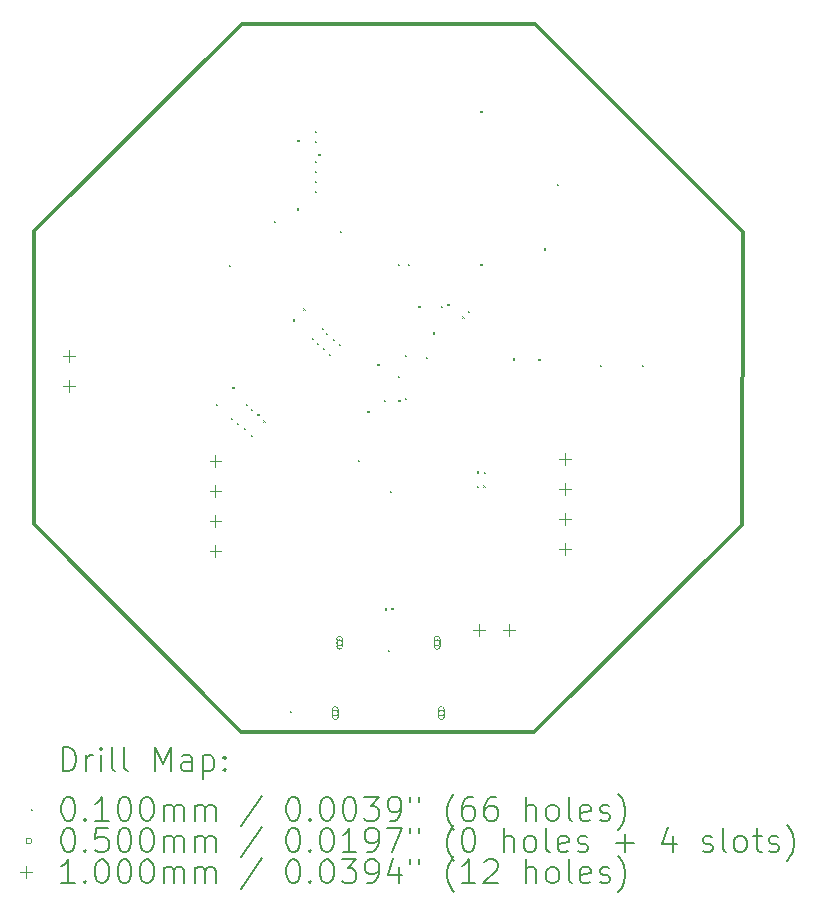
<source format=gbr>
%TF.GenerationSoftware,KiCad,Pcbnew,7.0.9-7.0.9~ubuntu22.04.1*%
%TF.CreationDate,2023-12-21T18:53:37+01:00*%
%TF.ProjectId,lidar 2 round,6c696461-7220-4322-9072-6f756e642e6b,rev?*%
%TF.SameCoordinates,Original*%
%TF.FileFunction,Drillmap*%
%TF.FilePolarity,Positive*%
%FSLAX45Y45*%
G04 Gerber Fmt 4.5, Leading zero omitted, Abs format (unit mm)*
G04 Created by KiCad (PCBNEW 7.0.9-7.0.9~ubuntu22.04.1) date 2023-12-21 18:53:37*
%MOMM*%
%LPD*%
G01*
G04 APERTURE LIST*
%ADD10C,0.349999*%
%ADD11C,0.200000*%
%ADD12C,0.100000*%
G04 APERTURE END LIST*
D10*
X16900000Y-8700000D02*
X15146659Y-6940976D01*
X16895981Y-11183617D02*
X16900000Y-8700000D01*
X15136957Y-12936957D02*
X16895981Y-11183617D01*
X10900000Y-11173914D02*
X12653341Y-12932938D01*
X10904019Y-8690298D02*
X10900000Y-11173914D01*
X12653341Y-12932938D02*
X15136957Y-12936957D01*
X12663043Y-6936957D02*
X10904019Y-8690298D01*
X15146659Y-6940976D02*
X12663043Y-6936957D01*
D11*
D12*
X12441000Y-10155000D02*
X12451000Y-10165000D01*
X12451000Y-10155000D02*
X12441000Y-10165000D01*
X12553820Y-8979757D02*
X12563820Y-8989757D01*
X12563820Y-8979757D02*
X12553820Y-8989757D01*
X12569946Y-10277933D02*
X12579946Y-10287933D01*
X12579946Y-10277933D02*
X12569946Y-10287933D01*
X12581538Y-10012030D02*
X12591538Y-10022030D01*
X12591538Y-10012030D02*
X12581538Y-10022030D01*
X12618133Y-10318161D02*
X12628133Y-10328161D01*
X12628133Y-10318161D02*
X12618133Y-10328161D01*
X12677787Y-10359143D02*
X12687787Y-10369143D01*
X12687787Y-10359143D02*
X12677787Y-10369143D01*
X12695000Y-10155000D02*
X12705000Y-10165000D01*
X12705000Y-10155000D02*
X12695000Y-10165000D01*
X12736369Y-10418982D02*
X12746369Y-10428982D01*
X12746369Y-10418982D02*
X12736369Y-10428982D01*
X12738503Y-10197352D02*
X12748503Y-10207352D01*
X12748503Y-10197352D02*
X12738503Y-10207352D01*
X12792341Y-10244589D02*
X12802341Y-10254589D01*
X12802341Y-10244589D02*
X12792341Y-10254589D01*
X12843918Y-10297188D02*
X12853918Y-10307188D01*
X12853918Y-10297188D02*
X12843918Y-10307188D01*
X12929204Y-8607450D02*
X12939204Y-8617450D01*
X12939204Y-8607450D02*
X12929204Y-8617450D01*
X13066772Y-12757615D02*
X13076772Y-12767615D01*
X13076772Y-12757615D02*
X13066772Y-12767615D01*
X13089821Y-9441286D02*
X13099821Y-9451286D01*
X13099821Y-9441286D02*
X13089821Y-9451286D01*
X13125018Y-8501531D02*
X13135018Y-8511531D01*
X13135018Y-8501531D02*
X13125018Y-8511531D01*
X13130645Y-7923645D02*
X13140645Y-7933645D01*
X13140645Y-7923645D02*
X13130645Y-7933645D01*
X13181864Y-9349243D02*
X13191864Y-9359243D01*
X13191864Y-9349243D02*
X13181864Y-9359243D01*
X13251187Y-9600759D02*
X13261187Y-9610759D01*
X13261187Y-9600759D02*
X13251187Y-9610759D01*
X13280000Y-7845000D02*
X13290000Y-7855000D01*
X13290000Y-7845000D02*
X13280000Y-7855000D01*
X13280000Y-7930000D02*
X13290000Y-7940000D01*
X13290000Y-7930000D02*
X13280000Y-7940000D01*
X13280000Y-8100000D02*
X13290000Y-8110000D01*
X13290000Y-8100000D02*
X13280000Y-8110000D01*
X13280000Y-8185000D02*
X13290000Y-8195000D01*
X13290000Y-8185000D02*
X13280000Y-8195000D01*
X13280000Y-8270000D02*
X13290000Y-8280000D01*
X13290000Y-8270000D02*
X13280000Y-8280000D01*
X13280000Y-8355000D02*
X13290000Y-8365000D01*
X13290000Y-8355000D02*
X13280000Y-8365000D01*
X13295483Y-9640373D02*
X13305483Y-9650373D01*
X13305483Y-9640373D02*
X13295483Y-9650373D01*
X13309207Y-8044207D02*
X13319207Y-8054207D01*
X13319207Y-8044207D02*
X13309207Y-8054207D01*
X13337959Y-9511435D02*
X13347959Y-9521435D01*
X13347959Y-9511435D02*
X13337959Y-9521435D01*
X13349676Y-9685473D02*
X13359676Y-9695473D01*
X13359676Y-9685473D02*
X13349676Y-9695473D01*
X13375255Y-9554903D02*
X13385255Y-9564903D01*
X13385255Y-9554903D02*
X13375255Y-9564903D01*
X13400898Y-9733086D02*
X13410898Y-9743086D01*
X13410898Y-9733086D02*
X13400898Y-9743086D01*
X13432178Y-9608906D02*
X13442178Y-9618906D01*
X13442178Y-9608906D02*
X13432178Y-9618906D01*
X13483519Y-9652602D02*
X13493519Y-9662602D01*
X13493519Y-9652602D02*
X13483519Y-9662602D01*
X13489906Y-8689384D02*
X13499906Y-8699384D01*
X13499906Y-8689384D02*
X13489906Y-8699384D01*
X13646752Y-10631752D02*
X13656752Y-10641752D01*
X13656752Y-10631752D02*
X13646752Y-10641752D01*
X13724000Y-10220000D02*
X13734000Y-10230000D01*
X13734000Y-10220000D02*
X13724000Y-10230000D01*
X13807934Y-9821716D02*
X13817934Y-9831716D01*
X13817934Y-9821716D02*
X13807934Y-9831716D01*
X13866877Y-10124790D02*
X13876877Y-10134790D01*
X13876877Y-10124790D02*
X13866877Y-10134790D01*
X13869944Y-11888439D02*
X13879944Y-11898439D01*
X13879944Y-11888439D02*
X13869944Y-11898439D01*
X13895585Y-12238884D02*
X13905585Y-12248884D01*
X13905585Y-12238884D02*
X13895585Y-12248884D01*
X13914134Y-10892335D02*
X13924134Y-10902335D01*
X13924134Y-10892335D02*
X13914134Y-10902335D01*
X13926914Y-11886506D02*
X13936914Y-11896506D01*
X13936914Y-11886506D02*
X13926914Y-11896506D01*
X13980000Y-8970000D02*
X13990000Y-8980000D01*
X13990000Y-8970000D02*
X13980000Y-8980000D01*
X13985000Y-9920000D02*
X13995000Y-9930000D01*
X13995000Y-9920000D02*
X13985000Y-9930000D01*
X13986030Y-10125649D02*
X13996030Y-10135649D01*
X13996030Y-10125649D02*
X13986030Y-10135649D01*
X14041477Y-9743143D02*
X14051477Y-9753143D01*
X14051477Y-9743143D02*
X14041477Y-9753143D01*
X14044644Y-10103865D02*
X14054644Y-10113865D01*
X14054644Y-10103865D02*
X14044644Y-10113865D01*
X14065000Y-8970000D02*
X14075000Y-8980000D01*
X14075000Y-8970000D02*
X14065000Y-8980000D01*
X14155500Y-9329500D02*
X14165500Y-9339500D01*
X14165500Y-9329500D02*
X14155500Y-9339500D01*
X14219000Y-9761500D02*
X14229000Y-9771500D01*
X14229000Y-9761500D02*
X14219000Y-9771500D01*
X14281645Y-9552128D02*
X14291645Y-9562128D01*
X14291645Y-9552128D02*
X14281645Y-9562128D01*
X14346000Y-9329500D02*
X14356000Y-9339500D01*
X14356000Y-9329500D02*
X14346000Y-9339500D01*
X14400964Y-9310708D02*
X14410964Y-9320708D01*
X14410964Y-9310708D02*
X14400964Y-9320708D01*
X14527769Y-9417177D02*
X14537769Y-9427177D01*
X14537769Y-9417177D02*
X14527769Y-9427177D01*
X14572432Y-9367177D02*
X14582432Y-9377177D01*
X14582432Y-9367177D02*
X14572432Y-9377177D01*
X14651139Y-10728530D02*
X14661139Y-10738530D01*
X14661139Y-10728530D02*
X14651139Y-10738530D01*
X14651139Y-10852591D02*
X14661139Y-10862591D01*
X14661139Y-10852591D02*
X14651139Y-10862591D01*
X14680000Y-7675000D02*
X14690000Y-7685000D01*
X14690000Y-7675000D02*
X14680000Y-7685000D01*
X14680000Y-8970000D02*
X14690000Y-8980000D01*
X14690000Y-8970000D02*
X14680000Y-8980000D01*
X14705937Y-10847912D02*
X14715937Y-10857912D01*
X14715937Y-10847912D02*
X14705937Y-10857912D01*
X14708410Y-10730090D02*
X14718410Y-10740090D01*
X14718410Y-10730090D02*
X14708410Y-10740090D01*
X14954570Y-9771570D02*
X14964570Y-9781570D01*
X14964570Y-9771570D02*
X14954570Y-9781570D01*
X15171500Y-9774000D02*
X15181500Y-9784000D01*
X15181500Y-9774000D02*
X15171500Y-9784000D01*
X15221730Y-8840423D02*
X15231730Y-8850423D01*
X15231730Y-8840423D02*
X15221730Y-8850423D01*
X15330233Y-8294507D02*
X15340233Y-8304507D01*
X15340233Y-8294507D02*
X15330233Y-8304507D01*
X15692200Y-9825000D02*
X15702200Y-9835000D01*
X15702200Y-9825000D02*
X15692200Y-9835000D01*
X16047800Y-9825000D02*
X16057800Y-9835000D01*
X16057800Y-9825000D02*
X16047800Y-9835000D01*
X13477000Y-12775000D02*
G75*
G03*
X13477000Y-12775000I-25000J0D01*
G01*
X13427000Y-12745000D02*
X13427000Y-12805000D01*
X13427000Y-12805000D02*
G75*
G03*
X13477000Y-12805000I25000J0D01*
G01*
X13477000Y-12805000D02*
X13477000Y-12745000D01*
X13477000Y-12745000D02*
G75*
G03*
X13427000Y-12745000I-25000J0D01*
G01*
X13513000Y-12180000D02*
G75*
G03*
X13513000Y-12180000I-25000J0D01*
G01*
X13463000Y-12150000D02*
X13463000Y-12210000D01*
X13463000Y-12210000D02*
G75*
G03*
X13513000Y-12210000I25000J0D01*
G01*
X13513000Y-12210000D02*
X13513000Y-12150000D01*
X13513000Y-12150000D02*
G75*
G03*
X13463000Y-12150000I-25000J0D01*
G01*
X14339000Y-12180000D02*
G75*
G03*
X14339000Y-12180000I-25000J0D01*
G01*
X14289000Y-12150000D02*
X14289000Y-12210000D01*
X14289000Y-12210000D02*
G75*
G03*
X14339000Y-12210000I25000J0D01*
G01*
X14339000Y-12210000D02*
X14339000Y-12150000D01*
X14339000Y-12150000D02*
G75*
G03*
X14289000Y-12150000I-25000J0D01*
G01*
X14375000Y-12775000D02*
G75*
G03*
X14375000Y-12775000I-25000J0D01*
G01*
X14325000Y-12745000D02*
X14325000Y-12805000D01*
X14325000Y-12805000D02*
G75*
G03*
X14375000Y-12805000I25000J0D01*
G01*
X14375000Y-12805000D02*
X14375000Y-12745000D01*
X14375000Y-12745000D02*
G75*
G03*
X14325000Y-12745000I-25000J0D01*
G01*
X11200000Y-9698500D02*
X11200000Y-9798500D01*
X11150000Y-9748500D02*
X11250000Y-9748500D01*
X11200000Y-9952500D02*
X11200000Y-10052500D01*
X11150000Y-10002500D02*
X11250000Y-10002500D01*
X12437500Y-10593000D02*
X12437500Y-10693000D01*
X12387500Y-10643000D02*
X12487500Y-10643000D01*
X12437500Y-10847000D02*
X12437500Y-10947000D01*
X12387500Y-10897000D02*
X12487500Y-10897000D01*
X12437500Y-11101000D02*
X12437500Y-11201000D01*
X12387500Y-11151000D02*
X12487500Y-11151000D01*
X12437500Y-11355000D02*
X12437500Y-11455000D01*
X12387500Y-11405000D02*
X12487500Y-11405000D01*
X14671000Y-12025000D02*
X14671000Y-12125000D01*
X14621000Y-12075000D02*
X14721000Y-12075000D01*
X14925000Y-12025000D02*
X14925000Y-12125000D01*
X14875000Y-12075000D02*
X14975000Y-12075000D01*
X15400000Y-10575000D02*
X15400000Y-10675000D01*
X15350000Y-10625000D02*
X15450000Y-10625000D01*
X15400000Y-10829000D02*
X15400000Y-10929000D01*
X15350000Y-10879000D02*
X15450000Y-10879000D01*
X15400000Y-11083000D02*
X15400000Y-11183000D01*
X15350000Y-11133000D02*
X15450000Y-11133000D01*
X15400000Y-11337000D02*
X15400000Y-11437000D01*
X15350000Y-11387000D02*
X15450000Y-11387000D01*
D11*
X11143277Y-13265941D02*
X11143277Y-13065941D01*
X11143277Y-13065941D02*
X11190896Y-13065941D01*
X11190896Y-13065941D02*
X11219468Y-13075465D01*
X11219468Y-13075465D02*
X11238515Y-13094512D01*
X11238515Y-13094512D02*
X11248039Y-13113560D01*
X11248039Y-13113560D02*
X11257563Y-13151655D01*
X11257563Y-13151655D02*
X11257563Y-13180226D01*
X11257563Y-13180226D02*
X11248039Y-13218322D01*
X11248039Y-13218322D02*
X11238515Y-13237369D01*
X11238515Y-13237369D02*
X11219468Y-13256417D01*
X11219468Y-13256417D02*
X11190896Y-13265941D01*
X11190896Y-13265941D02*
X11143277Y-13265941D01*
X11343277Y-13265941D02*
X11343277Y-13132607D01*
X11343277Y-13170703D02*
X11352801Y-13151655D01*
X11352801Y-13151655D02*
X11362325Y-13142131D01*
X11362325Y-13142131D02*
X11381372Y-13132607D01*
X11381372Y-13132607D02*
X11400420Y-13132607D01*
X11467087Y-13265941D02*
X11467087Y-13132607D01*
X11467087Y-13065941D02*
X11457563Y-13075465D01*
X11457563Y-13075465D02*
X11467087Y-13084988D01*
X11467087Y-13084988D02*
X11476610Y-13075465D01*
X11476610Y-13075465D02*
X11467087Y-13065941D01*
X11467087Y-13065941D02*
X11467087Y-13084988D01*
X11590896Y-13265941D02*
X11571848Y-13256417D01*
X11571848Y-13256417D02*
X11562325Y-13237369D01*
X11562325Y-13237369D02*
X11562325Y-13065941D01*
X11695658Y-13265941D02*
X11676610Y-13256417D01*
X11676610Y-13256417D02*
X11667087Y-13237369D01*
X11667087Y-13237369D02*
X11667087Y-13065941D01*
X11924229Y-13265941D02*
X11924229Y-13065941D01*
X11924229Y-13065941D02*
X11990896Y-13208798D01*
X11990896Y-13208798D02*
X12057563Y-13065941D01*
X12057563Y-13065941D02*
X12057563Y-13265941D01*
X12238515Y-13265941D02*
X12238515Y-13161179D01*
X12238515Y-13161179D02*
X12228991Y-13142131D01*
X12228991Y-13142131D02*
X12209944Y-13132607D01*
X12209944Y-13132607D02*
X12171848Y-13132607D01*
X12171848Y-13132607D02*
X12152801Y-13142131D01*
X12238515Y-13256417D02*
X12219468Y-13265941D01*
X12219468Y-13265941D02*
X12171848Y-13265941D01*
X12171848Y-13265941D02*
X12152801Y-13256417D01*
X12152801Y-13256417D02*
X12143277Y-13237369D01*
X12143277Y-13237369D02*
X12143277Y-13218322D01*
X12143277Y-13218322D02*
X12152801Y-13199274D01*
X12152801Y-13199274D02*
X12171848Y-13189750D01*
X12171848Y-13189750D02*
X12219468Y-13189750D01*
X12219468Y-13189750D02*
X12238515Y-13180226D01*
X12333753Y-13132607D02*
X12333753Y-13332607D01*
X12333753Y-13142131D02*
X12352801Y-13132607D01*
X12352801Y-13132607D02*
X12390896Y-13132607D01*
X12390896Y-13132607D02*
X12409944Y-13142131D01*
X12409944Y-13142131D02*
X12419468Y-13151655D01*
X12419468Y-13151655D02*
X12428991Y-13170703D01*
X12428991Y-13170703D02*
X12428991Y-13227845D01*
X12428991Y-13227845D02*
X12419468Y-13246893D01*
X12419468Y-13246893D02*
X12409944Y-13256417D01*
X12409944Y-13256417D02*
X12390896Y-13265941D01*
X12390896Y-13265941D02*
X12352801Y-13265941D01*
X12352801Y-13265941D02*
X12333753Y-13256417D01*
X12514706Y-13246893D02*
X12524229Y-13256417D01*
X12524229Y-13256417D02*
X12514706Y-13265941D01*
X12514706Y-13265941D02*
X12505182Y-13256417D01*
X12505182Y-13256417D02*
X12514706Y-13246893D01*
X12514706Y-13246893D02*
X12514706Y-13265941D01*
X12514706Y-13142131D02*
X12524229Y-13151655D01*
X12524229Y-13151655D02*
X12514706Y-13161179D01*
X12514706Y-13161179D02*
X12505182Y-13151655D01*
X12505182Y-13151655D02*
X12514706Y-13142131D01*
X12514706Y-13142131D02*
X12514706Y-13161179D01*
D12*
X10872500Y-13589457D02*
X10882500Y-13599457D01*
X10882500Y-13589457D02*
X10872500Y-13599457D01*
D11*
X11181372Y-13485941D02*
X11200420Y-13485941D01*
X11200420Y-13485941D02*
X11219468Y-13495465D01*
X11219468Y-13495465D02*
X11228991Y-13504988D01*
X11228991Y-13504988D02*
X11238515Y-13524036D01*
X11238515Y-13524036D02*
X11248039Y-13562131D01*
X11248039Y-13562131D02*
X11248039Y-13609750D01*
X11248039Y-13609750D02*
X11238515Y-13647845D01*
X11238515Y-13647845D02*
X11228991Y-13666893D01*
X11228991Y-13666893D02*
X11219468Y-13676417D01*
X11219468Y-13676417D02*
X11200420Y-13685941D01*
X11200420Y-13685941D02*
X11181372Y-13685941D01*
X11181372Y-13685941D02*
X11162325Y-13676417D01*
X11162325Y-13676417D02*
X11152801Y-13666893D01*
X11152801Y-13666893D02*
X11143277Y-13647845D01*
X11143277Y-13647845D02*
X11133753Y-13609750D01*
X11133753Y-13609750D02*
X11133753Y-13562131D01*
X11133753Y-13562131D02*
X11143277Y-13524036D01*
X11143277Y-13524036D02*
X11152801Y-13504988D01*
X11152801Y-13504988D02*
X11162325Y-13495465D01*
X11162325Y-13495465D02*
X11181372Y-13485941D01*
X11333753Y-13666893D02*
X11343277Y-13676417D01*
X11343277Y-13676417D02*
X11333753Y-13685941D01*
X11333753Y-13685941D02*
X11324229Y-13676417D01*
X11324229Y-13676417D02*
X11333753Y-13666893D01*
X11333753Y-13666893D02*
X11333753Y-13685941D01*
X11533753Y-13685941D02*
X11419468Y-13685941D01*
X11476610Y-13685941D02*
X11476610Y-13485941D01*
X11476610Y-13485941D02*
X11457563Y-13514512D01*
X11457563Y-13514512D02*
X11438515Y-13533560D01*
X11438515Y-13533560D02*
X11419468Y-13543084D01*
X11657563Y-13485941D02*
X11676610Y-13485941D01*
X11676610Y-13485941D02*
X11695658Y-13495465D01*
X11695658Y-13495465D02*
X11705182Y-13504988D01*
X11705182Y-13504988D02*
X11714706Y-13524036D01*
X11714706Y-13524036D02*
X11724229Y-13562131D01*
X11724229Y-13562131D02*
X11724229Y-13609750D01*
X11724229Y-13609750D02*
X11714706Y-13647845D01*
X11714706Y-13647845D02*
X11705182Y-13666893D01*
X11705182Y-13666893D02*
X11695658Y-13676417D01*
X11695658Y-13676417D02*
X11676610Y-13685941D01*
X11676610Y-13685941D02*
X11657563Y-13685941D01*
X11657563Y-13685941D02*
X11638515Y-13676417D01*
X11638515Y-13676417D02*
X11628991Y-13666893D01*
X11628991Y-13666893D02*
X11619468Y-13647845D01*
X11619468Y-13647845D02*
X11609944Y-13609750D01*
X11609944Y-13609750D02*
X11609944Y-13562131D01*
X11609944Y-13562131D02*
X11619468Y-13524036D01*
X11619468Y-13524036D02*
X11628991Y-13504988D01*
X11628991Y-13504988D02*
X11638515Y-13495465D01*
X11638515Y-13495465D02*
X11657563Y-13485941D01*
X11848039Y-13485941D02*
X11867087Y-13485941D01*
X11867087Y-13485941D02*
X11886134Y-13495465D01*
X11886134Y-13495465D02*
X11895658Y-13504988D01*
X11895658Y-13504988D02*
X11905182Y-13524036D01*
X11905182Y-13524036D02*
X11914706Y-13562131D01*
X11914706Y-13562131D02*
X11914706Y-13609750D01*
X11914706Y-13609750D02*
X11905182Y-13647845D01*
X11905182Y-13647845D02*
X11895658Y-13666893D01*
X11895658Y-13666893D02*
X11886134Y-13676417D01*
X11886134Y-13676417D02*
X11867087Y-13685941D01*
X11867087Y-13685941D02*
X11848039Y-13685941D01*
X11848039Y-13685941D02*
X11828991Y-13676417D01*
X11828991Y-13676417D02*
X11819468Y-13666893D01*
X11819468Y-13666893D02*
X11809944Y-13647845D01*
X11809944Y-13647845D02*
X11800420Y-13609750D01*
X11800420Y-13609750D02*
X11800420Y-13562131D01*
X11800420Y-13562131D02*
X11809944Y-13524036D01*
X11809944Y-13524036D02*
X11819468Y-13504988D01*
X11819468Y-13504988D02*
X11828991Y-13495465D01*
X11828991Y-13495465D02*
X11848039Y-13485941D01*
X12000420Y-13685941D02*
X12000420Y-13552607D01*
X12000420Y-13571655D02*
X12009944Y-13562131D01*
X12009944Y-13562131D02*
X12028991Y-13552607D01*
X12028991Y-13552607D02*
X12057563Y-13552607D01*
X12057563Y-13552607D02*
X12076610Y-13562131D01*
X12076610Y-13562131D02*
X12086134Y-13581179D01*
X12086134Y-13581179D02*
X12086134Y-13685941D01*
X12086134Y-13581179D02*
X12095658Y-13562131D01*
X12095658Y-13562131D02*
X12114706Y-13552607D01*
X12114706Y-13552607D02*
X12143277Y-13552607D01*
X12143277Y-13552607D02*
X12162325Y-13562131D01*
X12162325Y-13562131D02*
X12171849Y-13581179D01*
X12171849Y-13581179D02*
X12171849Y-13685941D01*
X12267087Y-13685941D02*
X12267087Y-13552607D01*
X12267087Y-13571655D02*
X12276610Y-13562131D01*
X12276610Y-13562131D02*
X12295658Y-13552607D01*
X12295658Y-13552607D02*
X12324230Y-13552607D01*
X12324230Y-13552607D02*
X12343277Y-13562131D01*
X12343277Y-13562131D02*
X12352801Y-13581179D01*
X12352801Y-13581179D02*
X12352801Y-13685941D01*
X12352801Y-13581179D02*
X12362325Y-13562131D01*
X12362325Y-13562131D02*
X12381372Y-13552607D01*
X12381372Y-13552607D02*
X12409944Y-13552607D01*
X12409944Y-13552607D02*
X12428991Y-13562131D01*
X12428991Y-13562131D02*
X12438515Y-13581179D01*
X12438515Y-13581179D02*
X12438515Y-13685941D01*
X12828991Y-13476417D02*
X12657563Y-13733560D01*
X13086134Y-13485941D02*
X13105182Y-13485941D01*
X13105182Y-13485941D02*
X13124230Y-13495465D01*
X13124230Y-13495465D02*
X13133753Y-13504988D01*
X13133753Y-13504988D02*
X13143277Y-13524036D01*
X13143277Y-13524036D02*
X13152801Y-13562131D01*
X13152801Y-13562131D02*
X13152801Y-13609750D01*
X13152801Y-13609750D02*
X13143277Y-13647845D01*
X13143277Y-13647845D02*
X13133753Y-13666893D01*
X13133753Y-13666893D02*
X13124230Y-13676417D01*
X13124230Y-13676417D02*
X13105182Y-13685941D01*
X13105182Y-13685941D02*
X13086134Y-13685941D01*
X13086134Y-13685941D02*
X13067087Y-13676417D01*
X13067087Y-13676417D02*
X13057563Y-13666893D01*
X13057563Y-13666893D02*
X13048039Y-13647845D01*
X13048039Y-13647845D02*
X13038515Y-13609750D01*
X13038515Y-13609750D02*
X13038515Y-13562131D01*
X13038515Y-13562131D02*
X13048039Y-13524036D01*
X13048039Y-13524036D02*
X13057563Y-13504988D01*
X13057563Y-13504988D02*
X13067087Y-13495465D01*
X13067087Y-13495465D02*
X13086134Y-13485941D01*
X13238515Y-13666893D02*
X13248039Y-13676417D01*
X13248039Y-13676417D02*
X13238515Y-13685941D01*
X13238515Y-13685941D02*
X13228992Y-13676417D01*
X13228992Y-13676417D02*
X13238515Y-13666893D01*
X13238515Y-13666893D02*
X13238515Y-13685941D01*
X13371849Y-13485941D02*
X13390896Y-13485941D01*
X13390896Y-13485941D02*
X13409944Y-13495465D01*
X13409944Y-13495465D02*
X13419468Y-13504988D01*
X13419468Y-13504988D02*
X13428992Y-13524036D01*
X13428992Y-13524036D02*
X13438515Y-13562131D01*
X13438515Y-13562131D02*
X13438515Y-13609750D01*
X13438515Y-13609750D02*
X13428992Y-13647845D01*
X13428992Y-13647845D02*
X13419468Y-13666893D01*
X13419468Y-13666893D02*
X13409944Y-13676417D01*
X13409944Y-13676417D02*
X13390896Y-13685941D01*
X13390896Y-13685941D02*
X13371849Y-13685941D01*
X13371849Y-13685941D02*
X13352801Y-13676417D01*
X13352801Y-13676417D02*
X13343277Y-13666893D01*
X13343277Y-13666893D02*
X13333753Y-13647845D01*
X13333753Y-13647845D02*
X13324230Y-13609750D01*
X13324230Y-13609750D02*
X13324230Y-13562131D01*
X13324230Y-13562131D02*
X13333753Y-13524036D01*
X13333753Y-13524036D02*
X13343277Y-13504988D01*
X13343277Y-13504988D02*
X13352801Y-13495465D01*
X13352801Y-13495465D02*
X13371849Y-13485941D01*
X13562325Y-13485941D02*
X13581373Y-13485941D01*
X13581373Y-13485941D02*
X13600420Y-13495465D01*
X13600420Y-13495465D02*
X13609944Y-13504988D01*
X13609944Y-13504988D02*
X13619468Y-13524036D01*
X13619468Y-13524036D02*
X13628992Y-13562131D01*
X13628992Y-13562131D02*
X13628992Y-13609750D01*
X13628992Y-13609750D02*
X13619468Y-13647845D01*
X13619468Y-13647845D02*
X13609944Y-13666893D01*
X13609944Y-13666893D02*
X13600420Y-13676417D01*
X13600420Y-13676417D02*
X13581373Y-13685941D01*
X13581373Y-13685941D02*
X13562325Y-13685941D01*
X13562325Y-13685941D02*
X13543277Y-13676417D01*
X13543277Y-13676417D02*
X13533753Y-13666893D01*
X13533753Y-13666893D02*
X13524230Y-13647845D01*
X13524230Y-13647845D02*
X13514706Y-13609750D01*
X13514706Y-13609750D02*
X13514706Y-13562131D01*
X13514706Y-13562131D02*
X13524230Y-13524036D01*
X13524230Y-13524036D02*
X13533753Y-13504988D01*
X13533753Y-13504988D02*
X13543277Y-13495465D01*
X13543277Y-13495465D02*
X13562325Y-13485941D01*
X13695658Y-13485941D02*
X13819468Y-13485941D01*
X13819468Y-13485941D02*
X13752801Y-13562131D01*
X13752801Y-13562131D02*
X13781373Y-13562131D01*
X13781373Y-13562131D02*
X13800420Y-13571655D01*
X13800420Y-13571655D02*
X13809944Y-13581179D01*
X13809944Y-13581179D02*
X13819468Y-13600226D01*
X13819468Y-13600226D02*
X13819468Y-13647845D01*
X13819468Y-13647845D02*
X13809944Y-13666893D01*
X13809944Y-13666893D02*
X13800420Y-13676417D01*
X13800420Y-13676417D02*
X13781373Y-13685941D01*
X13781373Y-13685941D02*
X13724230Y-13685941D01*
X13724230Y-13685941D02*
X13705182Y-13676417D01*
X13705182Y-13676417D02*
X13695658Y-13666893D01*
X13914706Y-13685941D02*
X13952801Y-13685941D01*
X13952801Y-13685941D02*
X13971849Y-13676417D01*
X13971849Y-13676417D02*
X13981373Y-13666893D01*
X13981373Y-13666893D02*
X14000420Y-13638322D01*
X14000420Y-13638322D02*
X14009944Y-13600226D01*
X14009944Y-13600226D02*
X14009944Y-13524036D01*
X14009944Y-13524036D02*
X14000420Y-13504988D01*
X14000420Y-13504988D02*
X13990896Y-13495465D01*
X13990896Y-13495465D02*
X13971849Y-13485941D01*
X13971849Y-13485941D02*
X13933753Y-13485941D01*
X13933753Y-13485941D02*
X13914706Y-13495465D01*
X13914706Y-13495465D02*
X13905182Y-13504988D01*
X13905182Y-13504988D02*
X13895658Y-13524036D01*
X13895658Y-13524036D02*
X13895658Y-13571655D01*
X13895658Y-13571655D02*
X13905182Y-13590703D01*
X13905182Y-13590703D02*
X13914706Y-13600226D01*
X13914706Y-13600226D02*
X13933753Y-13609750D01*
X13933753Y-13609750D02*
X13971849Y-13609750D01*
X13971849Y-13609750D02*
X13990896Y-13600226D01*
X13990896Y-13600226D02*
X14000420Y-13590703D01*
X14000420Y-13590703D02*
X14009944Y-13571655D01*
X14086134Y-13485941D02*
X14086134Y-13524036D01*
X14162325Y-13485941D02*
X14162325Y-13524036D01*
X14457563Y-13762131D02*
X14448039Y-13752607D01*
X14448039Y-13752607D02*
X14428992Y-13724036D01*
X14428992Y-13724036D02*
X14419468Y-13704988D01*
X14419468Y-13704988D02*
X14409944Y-13676417D01*
X14409944Y-13676417D02*
X14400420Y-13628798D01*
X14400420Y-13628798D02*
X14400420Y-13590703D01*
X14400420Y-13590703D02*
X14409944Y-13543084D01*
X14409944Y-13543084D02*
X14419468Y-13514512D01*
X14419468Y-13514512D02*
X14428992Y-13495465D01*
X14428992Y-13495465D02*
X14448039Y-13466893D01*
X14448039Y-13466893D02*
X14457563Y-13457369D01*
X14619468Y-13485941D02*
X14581373Y-13485941D01*
X14581373Y-13485941D02*
X14562325Y-13495465D01*
X14562325Y-13495465D02*
X14552801Y-13504988D01*
X14552801Y-13504988D02*
X14533754Y-13533560D01*
X14533754Y-13533560D02*
X14524230Y-13571655D01*
X14524230Y-13571655D02*
X14524230Y-13647845D01*
X14524230Y-13647845D02*
X14533754Y-13666893D01*
X14533754Y-13666893D02*
X14543277Y-13676417D01*
X14543277Y-13676417D02*
X14562325Y-13685941D01*
X14562325Y-13685941D02*
X14600420Y-13685941D01*
X14600420Y-13685941D02*
X14619468Y-13676417D01*
X14619468Y-13676417D02*
X14628992Y-13666893D01*
X14628992Y-13666893D02*
X14638515Y-13647845D01*
X14638515Y-13647845D02*
X14638515Y-13600226D01*
X14638515Y-13600226D02*
X14628992Y-13581179D01*
X14628992Y-13581179D02*
X14619468Y-13571655D01*
X14619468Y-13571655D02*
X14600420Y-13562131D01*
X14600420Y-13562131D02*
X14562325Y-13562131D01*
X14562325Y-13562131D02*
X14543277Y-13571655D01*
X14543277Y-13571655D02*
X14533754Y-13581179D01*
X14533754Y-13581179D02*
X14524230Y-13600226D01*
X14809944Y-13485941D02*
X14771849Y-13485941D01*
X14771849Y-13485941D02*
X14752801Y-13495465D01*
X14752801Y-13495465D02*
X14743277Y-13504988D01*
X14743277Y-13504988D02*
X14724230Y-13533560D01*
X14724230Y-13533560D02*
X14714706Y-13571655D01*
X14714706Y-13571655D02*
X14714706Y-13647845D01*
X14714706Y-13647845D02*
X14724230Y-13666893D01*
X14724230Y-13666893D02*
X14733754Y-13676417D01*
X14733754Y-13676417D02*
X14752801Y-13685941D01*
X14752801Y-13685941D02*
X14790896Y-13685941D01*
X14790896Y-13685941D02*
X14809944Y-13676417D01*
X14809944Y-13676417D02*
X14819468Y-13666893D01*
X14819468Y-13666893D02*
X14828992Y-13647845D01*
X14828992Y-13647845D02*
X14828992Y-13600226D01*
X14828992Y-13600226D02*
X14819468Y-13581179D01*
X14819468Y-13581179D02*
X14809944Y-13571655D01*
X14809944Y-13571655D02*
X14790896Y-13562131D01*
X14790896Y-13562131D02*
X14752801Y-13562131D01*
X14752801Y-13562131D02*
X14733754Y-13571655D01*
X14733754Y-13571655D02*
X14724230Y-13581179D01*
X14724230Y-13581179D02*
X14714706Y-13600226D01*
X15067087Y-13685941D02*
X15067087Y-13485941D01*
X15152801Y-13685941D02*
X15152801Y-13581179D01*
X15152801Y-13581179D02*
X15143277Y-13562131D01*
X15143277Y-13562131D02*
X15124230Y-13552607D01*
X15124230Y-13552607D02*
X15095658Y-13552607D01*
X15095658Y-13552607D02*
X15076611Y-13562131D01*
X15076611Y-13562131D02*
X15067087Y-13571655D01*
X15276611Y-13685941D02*
X15257563Y-13676417D01*
X15257563Y-13676417D02*
X15248039Y-13666893D01*
X15248039Y-13666893D02*
X15238516Y-13647845D01*
X15238516Y-13647845D02*
X15238516Y-13590703D01*
X15238516Y-13590703D02*
X15248039Y-13571655D01*
X15248039Y-13571655D02*
X15257563Y-13562131D01*
X15257563Y-13562131D02*
X15276611Y-13552607D01*
X15276611Y-13552607D02*
X15305182Y-13552607D01*
X15305182Y-13552607D02*
X15324230Y-13562131D01*
X15324230Y-13562131D02*
X15333754Y-13571655D01*
X15333754Y-13571655D02*
X15343277Y-13590703D01*
X15343277Y-13590703D02*
X15343277Y-13647845D01*
X15343277Y-13647845D02*
X15333754Y-13666893D01*
X15333754Y-13666893D02*
X15324230Y-13676417D01*
X15324230Y-13676417D02*
X15305182Y-13685941D01*
X15305182Y-13685941D02*
X15276611Y-13685941D01*
X15457563Y-13685941D02*
X15438516Y-13676417D01*
X15438516Y-13676417D02*
X15428992Y-13657369D01*
X15428992Y-13657369D02*
X15428992Y-13485941D01*
X15609944Y-13676417D02*
X15590897Y-13685941D01*
X15590897Y-13685941D02*
X15552801Y-13685941D01*
X15552801Y-13685941D02*
X15533754Y-13676417D01*
X15533754Y-13676417D02*
X15524230Y-13657369D01*
X15524230Y-13657369D02*
X15524230Y-13581179D01*
X15524230Y-13581179D02*
X15533754Y-13562131D01*
X15533754Y-13562131D02*
X15552801Y-13552607D01*
X15552801Y-13552607D02*
X15590897Y-13552607D01*
X15590897Y-13552607D02*
X15609944Y-13562131D01*
X15609944Y-13562131D02*
X15619468Y-13581179D01*
X15619468Y-13581179D02*
X15619468Y-13600226D01*
X15619468Y-13600226D02*
X15524230Y-13619274D01*
X15695658Y-13676417D02*
X15714706Y-13685941D01*
X15714706Y-13685941D02*
X15752801Y-13685941D01*
X15752801Y-13685941D02*
X15771849Y-13676417D01*
X15771849Y-13676417D02*
X15781373Y-13657369D01*
X15781373Y-13657369D02*
X15781373Y-13647845D01*
X15781373Y-13647845D02*
X15771849Y-13628798D01*
X15771849Y-13628798D02*
X15752801Y-13619274D01*
X15752801Y-13619274D02*
X15724230Y-13619274D01*
X15724230Y-13619274D02*
X15705182Y-13609750D01*
X15705182Y-13609750D02*
X15695658Y-13590703D01*
X15695658Y-13590703D02*
X15695658Y-13581179D01*
X15695658Y-13581179D02*
X15705182Y-13562131D01*
X15705182Y-13562131D02*
X15724230Y-13552607D01*
X15724230Y-13552607D02*
X15752801Y-13552607D01*
X15752801Y-13552607D02*
X15771849Y-13562131D01*
X15848039Y-13762131D02*
X15857563Y-13752607D01*
X15857563Y-13752607D02*
X15876611Y-13724036D01*
X15876611Y-13724036D02*
X15886135Y-13704988D01*
X15886135Y-13704988D02*
X15895658Y-13676417D01*
X15895658Y-13676417D02*
X15905182Y-13628798D01*
X15905182Y-13628798D02*
X15905182Y-13590703D01*
X15905182Y-13590703D02*
X15895658Y-13543084D01*
X15895658Y-13543084D02*
X15886135Y-13514512D01*
X15886135Y-13514512D02*
X15876611Y-13495465D01*
X15876611Y-13495465D02*
X15857563Y-13466893D01*
X15857563Y-13466893D02*
X15848039Y-13457369D01*
D12*
X10882500Y-13858457D02*
G75*
G03*
X10882500Y-13858457I-25000J0D01*
G01*
D11*
X11181372Y-13749941D02*
X11200420Y-13749941D01*
X11200420Y-13749941D02*
X11219468Y-13759465D01*
X11219468Y-13759465D02*
X11228991Y-13768988D01*
X11228991Y-13768988D02*
X11238515Y-13788036D01*
X11238515Y-13788036D02*
X11248039Y-13826131D01*
X11248039Y-13826131D02*
X11248039Y-13873750D01*
X11248039Y-13873750D02*
X11238515Y-13911845D01*
X11238515Y-13911845D02*
X11228991Y-13930893D01*
X11228991Y-13930893D02*
X11219468Y-13940417D01*
X11219468Y-13940417D02*
X11200420Y-13949941D01*
X11200420Y-13949941D02*
X11181372Y-13949941D01*
X11181372Y-13949941D02*
X11162325Y-13940417D01*
X11162325Y-13940417D02*
X11152801Y-13930893D01*
X11152801Y-13930893D02*
X11143277Y-13911845D01*
X11143277Y-13911845D02*
X11133753Y-13873750D01*
X11133753Y-13873750D02*
X11133753Y-13826131D01*
X11133753Y-13826131D02*
X11143277Y-13788036D01*
X11143277Y-13788036D02*
X11152801Y-13768988D01*
X11152801Y-13768988D02*
X11162325Y-13759465D01*
X11162325Y-13759465D02*
X11181372Y-13749941D01*
X11333753Y-13930893D02*
X11343277Y-13940417D01*
X11343277Y-13940417D02*
X11333753Y-13949941D01*
X11333753Y-13949941D02*
X11324229Y-13940417D01*
X11324229Y-13940417D02*
X11333753Y-13930893D01*
X11333753Y-13930893D02*
X11333753Y-13949941D01*
X11524229Y-13749941D02*
X11428991Y-13749941D01*
X11428991Y-13749941D02*
X11419468Y-13845179D01*
X11419468Y-13845179D02*
X11428991Y-13835655D01*
X11428991Y-13835655D02*
X11448039Y-13826131D01*
X11448039Y-13826131D02*
X11495658Y-13826131D01*
X11495658Y-13826131D02*
X11514706Y-13835655D01*
X11514706Y-13835655D02*
X11524229Y-13845179D01*
X11524229Y-13845179D02*
X11533753Y-13864226D01*
X11533753Y-13864226D02*
X11533753Y-13911845D01*
X11533753Y-13911845D02*
X11524229Y-13930893D01*
X11524229Y-13930893D02*
X11514706Y-13940417D01*
X11514706Y-13940417D02*
X11495658Y-13949941D01*
X11495658Y-13949941D02*
X11448039Y-13949941D01*
X11448039Y-13949941D02*
X11428991Y-13940417D01*
X11428991Y-13940417D02*
X11419468Y-13930893D01*
X11657563Y-13749941D02*
X11676610Y-13749941D01*
X11676610Y-13749941D02*
X11695658Y-13759465D01*
X11695658Y-13759465D02*
X11705182Y-13768988D01*
X11705182Y-13768988D02*
X11714706Y-13788036D01*
X11714706Y-13788036D02*
X11724229Y-13826131D01*
X11724229Y-13826131D02*
X11724229Y-13873750D01*
X11724229Y-13873750D02*
X11714706Y-13911845D01*
X11714706Y-13911845D02*
X11705182Y-13930893D01*
X11705182Y-13930893D02*
X11695658Y-13940417D01*
X11695658Y-13940417D02*
X11676610Y-13949941D01*
X11676610Y-13949941D02*
X11657563Y-13949941D01*
X11657563Y-13949941D02*
X11638515Y-13940417D01*
X11638515Y-13940417D02*
X11628991Y-13930893D01*
X11628991Y-13930893D02*
X11619468Y-13911845D01*
X11619468Y-13911845D02*
X11609944Y-13873750D01*
X11609944Y-13873750D02*
X11609944Y-13826131D01*
X11609944Y-13826131D02*
X11619468Y-13788036D01*
X11619468Y-13788036D02*
X11628991Y-13768988D01*
X11628991Y-13768988D02*
X11638515Y-13759465D01*
X11638515Y-13759465D02*
X11657563Y-13749941D01*
X11848039Y-13749941D02*
X11867087Y-13749941D01*
X11867087Y-13749941D02*
X11886134Y-13759465D01*
X11886134Y-13759465D02*
X11895658Y-13768988D01*
X11895658Y-13768988D02*
X11905182Y-13788036D01*
X11905182Y-13788036D02*
X11914706Y-13826131D01*
X11914706Y-13826131D02*
X11914706Y-13873750D01*
X11914706Y-13873750D02*
X11905182Y-13911845D01*
X11905182Y-13911845D02*
X11895658Y-13930893D01*
X11895658Y-13930893D02*
X11886134Y-13940417D01*
X11886134Y-13940417D02*
X11867087Y-13949941D01*
X11867087Y-13949941D02*
X11848039Y-13949941D01*
X11848039Y-13949941D02*
X11828991Y-13940417D01*
X11828991Y-13940417D02*
X11819468Y-13930893D01*
X11819468Y-13930893D02*
X11809944Y-13911845D01*
X11809944Y-13911845D02*
X11800420Y-13873750D01*
X11800420Y-13873750D02*
X11800420Y-13826131D01*
X11800420Y-13826131D02*
X11809944Y-13788036D01*
X11809944Y-13788036D02*
X11819468Y-13768988D01*
X11819468Y-13768988D02*
X11828991Y-13759465D01*
X11828991Y-13759465D02*
X11848039Y-13749941D01*
X12000420Y-13949941D02*
X12000420Y-13816607D01*
X12000420Y-13835655D02*
X12009944Y-13826131D01*
X12009944Y-13826131D02*
X12028991Y-13816607D01*
X12028991Y-13816607D02*
X12057563Y-13816607D01*
X12057563Y-13816607D02*
X12076610Y-13826131D01*
X12076610Y-13826131D02*
X12086134Y-13845179D01*
X12086134Y-13845179D02*
X12086134Y-13949941D01*
X12086134Y-13845179D02*
X12095658Y-13826131D01*
X12095658Y-13826131D02*
X12114706Y-13816607D01*
X12114706Y-13816607D02*
X12143277Y-13816607D01*
X12143277Y-13816607D02*
X12162325Y-13826131D01*
X12162325Y-13826131D02*
X12171849Y-13845179D01*
X12171849Y-13845179D02*
X12171849Y-13949941D01*
X12267087Y-13949941D02*
X12267087Y-13816607D01*
X12267087Y-13835655D02*
X12276610Y-13826131D01*
X12276610Y-13826131D02*
X12295658Y-13816607D01*
X12295658Y-13816607D02*
X12324230Y-13816607D01*
X12324230Y-13816607D02*
X12343277Y-13826131D01*
X12343277Y-13826131D02*
X12352801Y-13845179D01*
X12352801Y-13845179D02*
X12352801Y-13949941D01*
X12352801Y-13845179D02*
X12362325Y-13826131D01*
X12362325Y-13826131D02*
X12381372Y-13816607D01*
X12381372Y-13816607D02*
X12409944Y-13816607D01*
X12409944Y-13816607D02*
X12428991Y-13826131D01*
X12428991Y-13826131D02*
X12438515Y-13845179D01*
X12438515Y-13845179D02*
X12438515Y-13949941D01*
X12828991Y-13740417D02*
X12657563Y-13997560D01*
X13086134Y-13749941D02*
X13105182Y-13749941D01*
X13105182Y-13749941D02*
X13124230Y-13759465D01*
X13124230Y-13759465D02*
X13133753Y-13768988D01*
X13133753Y-13768988D02*
X13143277Y-13788036D01*
X13143277Y-13788036D02*
X13152801Y-13826131D01*
X13152801Y-13826131D02*
X13152801Y-13873750D01*
X13152801Y-13873750D02*
X13143277Y-13911845D01*
X13143277Y-13911845D02*
X13133753Y-13930893D01*
X13133753Y-13930893D02*
X13124230Y-13940417D01*
X13124230Y-13940417D02*
X13105182Y-13949941D01*
X13105182Y-13949941D02*
X13086134Y-13949941D01*
X13086134Y-13949941D02*
X13067087Y-13940417D01*
X13067087Y-13940417D02*
X13057563Y-13930893D01*
X13057563Y-13930893D02*
X13048039Y-13911845D01*
X13048039Y-13911845D02*
X13038515Y-13873750D01*
X13038515Y-13873750D02*
X13038515Y-13826131D01*
X13038515Y-13826131D02*
X13048039Y-13788036D01*
X13048039Y-13788036D02*
X13057563Y-13768988D01*
X13057563Y-13768988D02*
X13067087Y-13759465D01*
X13067087Y-13759465D02*
X13086134Y-13749941D01*
X13238515Y-13930893D02*
X13248039Y-13940417D01*
X13248039Y-13940417D02*
X13238515Y-13949941D01*
X13238515Y-13949941D02*
X13228992Y-13940417D01*
X13228992Y-13940417D02*
X13238515Y-13930893D01*
X13238515Y-13930893D02*
X13238515Y-13949941D01*
X13371849Y-13749941D02*
X13390896Y-13749941D01*
X13390896Y-13749941D02*
X13409944Y-13759465D01*
X13409944Y-13759465D02*
X13419468Y-13768988D01*
X13419468Y-13768988D02*
X13428992Y-13788036D01*
X13428992Y-13788036D02*
X13438515Y-13826131D01*
X13438515Y-13826131D02*
X13438515Y-13873750D01*
X13438515Y-13873750D02*
X13428992Y-13911845D01*
X13428992Y-13911845D02*
X13419468Y-13930893D01*
X13419468Y-13930893D02*
X13409944Y-13940417D01*
X13409944Y-13940417D02*
X13390896Y-13949941D01*
X13390896Y-13949941D02*
X13371849Y-13949941D01*
X13371849Y-13949941D02*
X13352801Y-13940417D01*
X13352801Y-13940417D02*
X13343277Y-13930893D01*
X13343277Y-13930893D02*
X13333753Y-13911845D01*
X13333753Y-13911845D02*
X13324230Y-13873750D01*
X13324230Y-13873750D02*
X13324230Y-13826131D01*
X13324230Y-13826131D02*
X13333753Y-13788036D01*
X13333753Y-13788036D02*
X13343277Y-13768988D01*
X13343277Y-13768988D02*
X13352801Y-13759465D01*
X13352801Y-13759465D02*
X13371849Y-13749941D01*
X13628992Y-13949941D02*
X13514706Y-13949941D01*
X13571849Y-13949941D02*
X13571849Y-13749941D01*
X13571849Y-13749941D02*
X13552801Y-13778512D01*
X13552801Y-13778512D02*
X13533753Y-13797560D01*
X13533753Y-13797560D02*
X13514706Y-13807084D01*
X13724230Y-13949941D02*
X13762325Y-13949941D01*
X13762325Y-13949941D02*
X13781373Y-13940417D01*
X13781373Y-13940417D02*
X13790896Y-13930893D01*
X13790896Y-13930893D02*
X13809944Y-13902322D01*
X13809944Y-13902322D02*
X13819468Y-13864226D01*
X13819468Y-13864226D02*
X13819468Y-13788036D01*
X13819468Y-13788036D02*
X13809944Y-13768988D01*
X13809944Y-13768988D02*
X13800420Y-13759465D01*
X13800420Y-13759465D02*
X13781373Y-13749941D01*
X13781373Y-13749941D02*
X13743277Y-13749941D01*
X13743277Y-13749941D02*
X13724230Y-13759465D01*
X13724230Y-13759465D02*
X13714706Y-13768988D01*
X13714706Y-13768988D02*
X13705182Y-13788036D01*
X13705182Y-13788036D02*
X13705182Y-13835655D01*
X13705182Y-13835655D02*
X13714706Y-13854703D01*
X13714706Y-13854703D02*
X13724230Y-13864226D01*
X13724230Y-13864226D02*
X13743277Y-13873750D01*
X13743277Y-13873750D02*
X13781373Y-13873750D01*
X13781373Y-13873750D02*
X13800420Y-13864226D01*
X13800420Y-13864226D02*
X13809944Y-13854703D01*
X13809944Y-13854703D02*
X13819468Y-13835655D01*
X13886134Y-13749941D02*
X14019468Y-13749941D01*
X14019468Y-13749941D02*
X13933753Y-13949941D01*
X14086134Y-13749941D02*
X14086134Y-13788036D01*
X14162325Y-13749941D02*
X14162325Y-13788036D01*
X14457563Y-14026131D02*
X14448039Y-14016607D01*
X14448039Y-14016607D02*
X14428992Y-13988036D01*
X14428992Y-13988036D02*
X14419468Y-13968988D01*
X14419468Y-13968988D02*
X14409944Y-13940417D01*
X14409944Y-13940417D02*
X14400420Y-13892798D01*
X14400420Y-13892798D02*
X14400420Y-13854703D01*
X14400420Y-13854703D02*
X14409944Y-13807084D01*
X14409944Y-13807084D02*
X14419468Y-13778512D01*
X14419468Y-13778512D02*
X14428992Y-13759465D01*
X14428992Y-13759465D02*
X14448039Y-13730893D01*
X14448039Y-13730893D02*
X14457563Y-13721369D01*
X14571849Y-13749941D02*
X14590896Y-13749941D01*
X14590896Y-13749941D02*
X14609944Y-13759465D01*
X14609944Y-13759465D02*
X14619468Y-13768988D01*
X14619468Y-13768988D02*
X14628992Y-13788036D01*
X14628992Y-13788036D02*
X14638515Y-13826131D01*
X14638515Y-13826131D02*
X14638515Y-13873750D01*
X14638515Y-13873750D02*
X14628992Y-13911845D01*
X14628992Y-13911845D02*
X14619468Y-13930893D01*
X14619468Y-13930893D02*
X14609944Y-13940417D01*
X14609944Y-13940417D02*
X14590896Y-13949941D01*
X14590896Y-13949941D02*
X14571849Y-13949941D01*
X14571849Y-13949941D02*
X14552801Y-13940417D01*
X14552801Y-13940417D02*
X14543277Y-13930893D01*
X14543277Y-13930893D02*
X14533754Y-13911845D01*
X14533754Y-13911845D02*
X14524230Y-13873750D01*
X14524230Y-13873750D02*
X14524230Y-13826131D01*
X14524230Y-13826131D02*
X14533754Y-13788036D01*
X14533754Y-13788036D02*
X14543277Y-13768988D01*
X14543277Y-13768988D02*
X14552801Y-13759465D01*
X14552801Y-13759465D02*
X14571849Y-13749941D01*
X14876611Y-13949941D02*
X14876611Y-13749941D01*
X14962325Y-13949941D02*
X14962325Y-13845179D01*
X14962325Y-13845179D02*
X14952801Y-13826131D01*
X14952801Y-13826131D02*
X14933754Y-13816607D01*
X14933754Y-13816607D02*
X14905182Y-13816607D01*
X14905182Y-13816607D02*
X14886135Y-13826131D01*
X14886135Y-13826131D02*
X14876611Y-13835655D01*
X15086135Y-13949941D02*
X15067087Y-13940417D01*
X15067087Y-13940417D02*
X15057563Y-13930893D01*
X15057563Y-13930893D02*
X15048039Y-13911845D01*
X15048039Y-13911845D02*
X15048039Y-13854703D01*
X15048039Y-13854703D02*
X15057563Y-13835655D01*
X15057563Y-13835655D02*
X15067087Y-13826131D01*
X15067087Y-13826131D02*
X15086135Y-13816607D01*
X15086135Y-13816607D02*
X15114706Y-13816607D01*
X15114706Y-13816607D02*
X15133754Y-13826131D01*
X15133754Y-13826131D02*
X15143277Y-13835655D01*
X15143277Y-13835655D02*
X15152801Y-13854703D01*
X15152801Y-13854703D02*
X15152801Y-13911845D01*
X15152801Y-13911845D02*
X15143277Y-13930893D01*
X15143277Y-13930893D02*
X15133754Y-13940417D01*
X15133754Y-13940417D02*
X15114706Y-13949941D01*
X15114706Y-13949941D02*
X15086135Y-13949941D01*
X15267087Y-13949941D02*
X15248039Y-13940417D01*
X15248039Y-13940417D02*
X15238516Y-13921369D01*
X15238516Y-13921369D02*
X15238516Y-13749941D01*
X15419468Y-13940417D02*
X15400420Y-13949941D01*
X15400420Y-13949941D02*
X15362325Y-13949941D01*
X15362325Y-13949941D02*
X15343277Y-13940417D01*
X15343277Y-13940417D02*
X15333754Y-13921369D01*
X15333754Y-13921369D02*
X15333754Y-13845179D01*
X15333754Y-13845179D02*
X15343277Y-13826131D01*
X15343277Y-13826131D02*
X15362325Y-13816607D01*
X15362325Y-13816607D02*
X15400420Y-13816607D01*
X15400420Y-13816607D02*
X15419468Y-13826131D01*
X15419468Y-13826131D02*
X15428992Y-13845179D01*
X15428992Y-13845179D02*
X15428992Y-13864226D01*
X15428992Y-13864226D02*
X15333754Y-13883274D01*
X15505182Y-13940417D02*
X15524230Y-13949941D01*
X15524230Y-13949941D02*
X15562325Y-13949941D01*
X15562325Y-13949941D02*
X15581373Y-13940417D01*
X15581373Y-13940417D02*
X15590897Y-13921369D01*
X15590897Y-13921369D02*
X15590897Y-13911845D01*
X15590897Y-13911845D02*
X15581373Y-13892798D01*
X15581373Y-13892798D02*
X15562325Y-13883274D01*
X15562325Y-13883274D02*
X15533754Y-13883274D01*
X15533754Y-13883274D02*
X15514706Y-13873750D01*
X15514706Y-13873750D02*
X15505182Y-13854703D01*
X15505182Y-13854703D02*
X15505182Y-13845179D01*
X15505182Y-13845179D02*
X15514706Y-13826131D01*
X15514706Y-13826131D02*
X15533754Y-13816607D01*
X15533754Y-13816607D02*
X15562325Y-13816607D01*
X15562325Y-13816607D02*
X15581373Y-13826131D01*
X15828992Y-13873750D02*
X15981373Y-13873750D01*
X15905182Y-13949941D02*
X15905182Y-13797560D01*
X16314706Y-13816607D02*
X16314706Y-13949941D01*
X16267087Y-13740417D02*
X16219468Y-13883274D01*
X16219468Y-13883274D02*
X16343278Y-13883274D01*
X16562325Y-13940417D02*
X16581373Y-13949941D01*
X16581373Y-13949941D02*
X16619468Y-13949941D01*
X16619468Y-13949941D02*
X16638516Y-13940417D01*
X16638516Y-13940417D02*
X16648040Y-13921369D01*
X16648040Y-13921369D02*
X16648040Y-13911845D01*
X16648040Y-13911845D02*
X16638516Y-13892798D01*
X16638516Y-13892798D02*
X16619468Y-13883274D01*
X16619468Y-13883274D02*
X16590897Y-13883274D01*
X16590897Y-13883274D02*
X16571849Y-13873750D01*
X16571849Y-13873750D02*
X16562325Y-13854703D01*
X16562325Y-13854703D02*
X16562325Y-13845179D01*
X16562325Y-13845179D02*
X16571849Y-13826131D01*
X16571849Y-13826131D02*
X16590897Y-13816607D01*
X16590897Y-13816607D02*
X16619468Y-13816607D01*
X16619468Y-13816607D02*
X16638516Y-13826131D01*
X16762325Y-13949941D02*
X16743278Y-13940417D01*
X16743278Y-13940417D02*
X16733754Y-13921369D01*
X16733754Y-13921369D02*
X16733754Y-13749941D01*
X16867087Y-13949941D02*
X16848040Y-13940417D01*
X16848040Y-13940417D02*
X16838516Y-13930893D01*
X16838516Y-13930893D02*
X16828992Y-13911845D01*
X16828992Y-13911845D02*
X16828992Y-13854703D01*
X16828992Y-13854703D02*
X16838516Y-13835655D01*
X16838516Y-13835655D02*
X16848040Y-13826131D01*
X16848040Y-13826131D02*
X16867087Y-13816607D01*
X16867087Y-13816607D02*
X16895659Y-13816607D01*
X16895659Y-13816607D02*
X16914706Y-13826131D01*
X16914706Y-13826131D02*
X16924230Y-13835655D01*
X16924230Y-13835655D02*
X16933754Y-13854703D01*
X16933754Y-13854703D02*
X16933754Y-13911845D01*
X16933754Y-13911845D02*
X16924230Y-13930893D01*
X16924230Y-13930893D02*
X16914706Y-13940417D01*
X16914706Y-13940417D02*
X16895659Y-13949941D01*
X16895659Y-13949941D02*
X16867087Y-13949941D01*
X16990897Y-13816607D02*
X17067087Y-13816607D01*
X17019468Y-13749941D02*
X17019468Y-13921369D01*
X17019468Y-13921369D02*
X17028992Y-13940417D01*
X17028992Y-13940417D02*
X17048040Y-13949941D01*
X17048040Y-13949941D02*
X17067087Y-13949941D01*
X17124230Y-13940417D02*
X17143278Y-13949941D01*
X17143278Y-13949941D02*
X17181373Y-13949941D01*
X17181373Y-13949941D02*
X17200421Y-13940417D01*
X17200421Y-13940417D02*
X17209944Y-13921369D01*
X17209944Y-13921369D02*
X17209944Y-13911845D01*
X17209944Y-13911845D02*
X17200421Y-13892798D01*
X17200421Y-13892798D02*
X17181373Y-13883274D01*
X17181373Y-13883274D02*
X17152802Y-13883274D01*
X17152802Y-13883274D02*
X17133754Y-13873750D01*
X17133754Y-13873750D02*
X17124230Y-13854703D01*
X17124230Y-13854703D02*
X17124230Y-13845179D01*
X17124230Y-13845179D02*
X17133754Y-13826131D01*
X17133754Y-13826131D02*
X17152802Y-13816607D01*
X17152802Y-13816607D02*
X17181373Y-13816607D01*
X17181373Y-13816607D02*
X17200421Y-13826131D01*
X17276611Y-14026131D02*
X17286135Y-14016607D01*
X17286135Y-14016607D02*
X17305183Y-13988036D01*
X17305183Y-13988036D02*
X17314706Y-13968988D01*
X17314706Y-13968988D02*
X17324230Y-13940417D01*
X17324230Y-13940417D02*
X17333754Y-13892798D01*
X17333754Y-13892798D02*
X17333754Y-13854703D01*
X17333754Y-13854703D02*
X17324230Y-13807084D01*
X17324230Y-13807084D02*
X17314706Y-13778512D01*
X17314706Y-13778512D02*
X17305183Y-13759465D01*
X17305183Y-13759465D02*
X17286135Y-13730893D01*
X17286135Y-13730893D02*
X17276611Y-13721369D01*
D12*
X10832500Y-14072457D02*
X10832500Y-14172457D01*
X10782500Y-14122457D02*
X10882500Y-14122457D01*
D11*
X11248039Y-14213941D02*
X11133753Y-14213941D01*
X11190896Y-14213941D02*
X11190896Y-14013941D01*
X11190896Y-14013941D02*
X11171849Y-14042512D01*
X11171849Y-14042512D02*
X11152801Y-14061560D01*
X11152801Y-14061560D02*
X11133753Y-14071084D01*
X11333753Y-14194893D02*
X11343277Y-14204417D01*
X11343277Y-14204417D02*
X11333753Y-14213941D01*
X11333753Y-14213941D02*
X11324229Y-14204417D01*
X11324229Y-14204417D02*
X11333753Y-14194893D01*
X11333753Y-14194893D02*
X11333753Y-14213941D01*
X11467087Y-14013941D02*
X11486134Y-14013941D01*
X11486134Y-14013941D02*
X11505182Y-14023465D01*
X11505182Y-14023465D02*
X11514706Y-14032988D01*
X11514706Y-14032988D02*
X11524229Y-14052036D01*
X11524229Y-14052036D02*
X11533753Y-14090131D01*
X11533753Y-14090131D02*
X11533753Y-14137750D01*
X11533753Y-14137750D02*
X11524229Y-14175845D01*
X11524229Y-14175845D02*
X11514706Y-14194893D01*
X11514706Y-14194893D02*
X11505182Y-14204417D01*
X11505182Y-14204417D02*
X11486134Y-14213941D01*
X11486134Y-14213941D02*
X11467087Y-14213941D01*
X11467087Y-14213941D02*
X11448039Y-14204417D01*
X11448039Y-14204417D02*
X11438515Y-14194893D01*
X11438515Y-14194893D02*
X11428991Y-14175845D01*
X11428991Y-14175845D02*
X11419468Y-14137750D01*
X11419468Y-14137750D02*
X11419468Y-14090131D01*
X11419468Y-14090131D02*
X11428991Y-14052036D01*
X11428991Y-14052036D02*
X11438515Y-14032988D01*
X11438515Y-14032988D02*
X11448039Y-14023465D01*
X11448039Y-14023465D02*
X11467087Y-14013941D01*
X11657563Y-14013941D02*
X11676610Y-14013941D01*
X11676610Y-14013941D02*
X11695658Y-14023465D01*
X11695658Y-14023465D02*
X11705182Y-14032988D01*
X11705182Y-14032988D02*
X11714706Y-14052036D01*
X11714706Y-14052036D02*
X11724229Y-14090131D01*
X11724229Y-14090131D02*
X11724229Y-14137750D01*
X11724229Y-14137750D02*
X11714706Y-14175845D01*
X11714706Y-14175845D02*
X11705182Y-14194893D01*
X11705182Y-14194893D02*
X11695658Y-14204417D01*
X11695658Y-14204417D02*
X11676610Y-14213941D01*
X11676610Y-14213941D02*
X11657563Y-14213941D01*
X11657563Y-14213941D02*
X11638515Y-14204417D01*
X11638515Y-14204417D02*
X11628991Y-14194893D01*
X11628991Y-14194893D02*
X11619468Y-14175845D01*
X11619468Y-14175845D02*
X11609944Y-14137750D01*
X11609944Y-14137750D02*
X11609944Y-14090131D01*
X11609944Y-14090131D02*
X11619468Y-14052036D01*
X11619468Y-14052036D02*
X11628991Y-14032988D01*
X11628991Y-14032988D02*
X11638515Y-14023465D01*
X11638515Y-14023465D02*
X11657563Y-14013941D01*
X11848039Y-14013941D02*
X11867087Y-14013941D01*
X11867087Y-14013941D02*
X11886134Y-14023465D01*
X11886134Y-14023465D02*
X11895658Y-14032988D01*
X11895658Y-14032988D02*
X11905182Y-14052036D01*
X11905182Y-14052036D02*
X11914706Y-14090131D01*
X11914706Y-14090131D02*
X11914706Y-14137750D01*
X11914706Y-14137750D02*
X11905182Y-14175845D01*
X11905182Y-14175845D02*
X11895658Y-14194893D01*
X11895658Y-14194893D02*
X11886134Y-14204417D01*
X11886134Y-14204417D02*
X11867087Y-14213941D01*
X11867087Y-14213941D02*
X11848039Y-14213941D01*
X11848039Y-14213941D02*
X11828991Y-14204417D01*
X11828991Y-14204417D02*
X11819468Y-14194893D01*
X11819468Y-14194893D02*
X11809944Y-14175845D01*
X11809944Y-14175845D02*
X11800420Y-14137750D01*
X11800420Y-14137750D02*
X11800420Y-14090131D01*
X11800420Y-14090131D02*
X11809944Y-14052036D01*
X11809944Y-14052036D02*
X11819468Y-14032988D01*
X11819468Y-14032988D02*
X11828991Y-14023465D01*
X11828991Y-14023465D02*
X11848039Y-14013941D01*
X12000420Y-14213941D02*
X12000420Y-14080607D01*
X12000420Y-14099655D02*
X12009944Y-14090131D01*
X12009944Y-14090131D02*
X12028991Y-14080607D01*
X12028991Y-14080607D02*
X12057563Y-14080607D01*
X12057563Y-14080607D02*
X12076610Y-14090131D01*
X12076610Y-14090131D02*
X12086134Y-14109179D01*
X12086134Y-14109179D02*
X12086134Y-14213941D01*
X12086134Y-14109179D02*
X12095658Y-14090131D01*
X12095658Y-14090131D02*
X12114706Y-14080607D01*
X12114706Y-14080607D02*
X12143277Y-14080607D01*
X12143277Y-14080607D02*
X12162325Y-14090131D01*
X12162325Y-14090131D02*
X12171849Y-14109179D01*
X12171849Y-14109179D02*
X12171849Y-14213941D01*
X12267087Y-14213941D02*
X12267087Y-14080607D01*
X12267087Y-14099655D02*
X12276610Y-14090131D01*
X12276610Y-14090131D02*
X12295658Y-14080607D01*
X12295658Y-14080607D02*
X12324230Y-14080607D01*
X12324230Y-14080607D02*
X12343277Y-14090131D01*
X12343277Y-14090131D02*
X12352801Y-14109179D01*
X12352801Y-14109179D02*
X12352801Y-14213941D01*
X12352801Y-14109179D02*
X12362325Y-14090131D01*
X12362325Y-14090131D02*
X12381372Y-14080607D01*
X12381372Y-14080607D02*
X12409944Y-14080607D01*
X12409944Y-14080607D02*
X12428991Y-14090131D01*
X12428991Y-14090131D02*
X12438515Y-14109179D01*
X12438515Y-14109179D02*
X12438515Y-14213941D01*
X12828991Y-14004417D02*
X12657563Y-14261560D01*
X13086134Y-14013941D02*
X13105182Y-14013941D01*
X13105182Y-14013941D02*
X13124230Y-14023465D01*
X13124230Y-14023465D02*
X13133753Y-14032988D01*
X13133753Y-14032988D02*
X13143277Y-14052036D01*
X13143277Y-14052036D02*
X13152801Y-14090131D01*
X13152801Y-14090131D02*
X13152801Y-14137750D01*
X13152801Y-14137750D02*
X13143277Y-14175845D01*
X13143277Y-14175845D02*
X13133753Y-14194893D01*
X13133753Y-14194893D02*
X13124230Y-14204417D01*
X13124230Y-14204417D02*
X13105182Y-14213941D01*
X13105182Y-14213941D02*
X13086134Y-14213941D01*
X13086134Y-14213941D02*
X13067087Y-14204417D01*
X13067087Y-14204417D02*
X13057563Y-14194893D01*
X13057563Y-14194893D02*
X13048039Y-14175845D01*
X13048039Y-14175845D02*
X13038515Y-14137750D01*
X13038515Y-14137750D02*
X13038515Y-14090131D01*
X13038515Y-14090131D02*
X13048039Y-14052036D01*
X13048039Y-14052036D02*
X13057563Y-14032988D01*
X13057563Y-14032988D02*
X13067087Y-14023465D01*
X13067087Y-14023465D02*
X13086134Y-14013941D01*
X13238515Y-14194893D02*
X13248039Y-14204417D01*
X13248039Y-14204417D02*
X13238515Y-14213941D01*
X13238515Y-14213941D02*
X13228992Y-14204417D01*
X13228992Y-14204417D02*
X13238515Y-14194893D01*
X13238515Y-14194893D02*
X13238515Y-14213941D01*
X13371849Y-14013941D02*
X13390896Y-14013941D01*
X13390896Y-14013941D02*
X13409944Y-14023465D01*
X13409944Y-14023465D02*
X13419468Y-14032988D01*
X13419468Y-14032988D02*
X13428992Y-14052036D01*
X13428992Y-14052036D02*
X13438515Y-14090131D01*
X13438515Y-14090131D02*
X13438515Y-14137750D01*
X13438515Y-14137750D02*
X13428992Y-14175845D01*
X13428992Y-14175845D02*
X13419468Y-14194893D01*
X13419468Y-14194893D02*
X13409944Y-14204417D01*
X13409944Y-14204417D02*
X13390896Y-14213941D01*
X13390896Y-14213941D02*
X13371849Y-14213941D01*
X13371849Y-14213941D02*
X13352801Y-14204417D01*
X13352801Y-14204417D02*
X13343277Y-14194893D01*
X13343277Y-14194893D02*
X13333753Y-14175845D01*
X13333753Y-14175845D02*
X13324230Y-14137750D01*
X13324230Y-14137750D02*
X13324230Y-14090131D01*
X13324230Y-14090131D02*
X13333753Y-14052036D01*
X13333753Y-14052036D02*
X13343277Y-14032988D01*
X13343277Y-14032988D02*
X13352801Y-14023465D01*
X13352801Y-14023465D02*
X13371849Y-14013941D01*
X13505182Y-14013941D02*
X13628992Y-14013941D01*
X13628992Y-14013941D02*
X13562325Y-14090131D01*
X13562325Y-14090131D02*
X13590896Y-14090131D01*
X13590896Y-14090131D02*
X13609944Y-14099655D01*
X13609944Y-14099655D02*
X13619468Y-14109179D01*
X13619468Y-14109179D02*
X13628992Y-14128226D01*
X13628992Y-14128226D02*
X13628992Y-14175845D01*
X13628992Y-14175845D02*
X13619468Y-14194893D01*
X13619468Y-14194893D02*
X13609944Y-14204417D01*
X13609944Y-14204417D02*
X13590896Y-14213941D01*
X13590896Y-14213941D02*
X13533753Y-14213941D01*
X13533753Y-14213941D02*
X13514706Y-14204417D01*
X13514706Y-14204417D02*
X13505182Y-14194893D01*
X13724230Y-14213941D02*
X13762325Y-14213941D01*
X13762325Y-14213941D02*
X13781373Y-14204417D01*
X13781373Y-14204417D02*
X13790896Y-14194893D01*
X13790896Y-14194893D02*
X13809944Y-14166322D01*
X13809944Y-14166322D02*
X13819468Y-14128226D01*
X13819468Y-14128226D02*
X13819468Y-14052036D01*
X13819468Y-14052036D02*
X13809944Y-14032988D01*
X13809944Y-14032988D02*
X13800420Y-14023465D01*
X13800420Y-14023465D02*
X13781373Y-14013941D01*
X13781373Y-14013941D02*
X13743277Y-14013941D01*
X13743277Y-14013941D02*
X13724230Y-14023465D01*
X13724230Y-14023465D02*
X13714706Y-14032988D01*
X13714706Y-14032988D02*
X13705182Y-14052036D01*
X13705182Y-14052036D02*
X13705182Y-14099655D01*
X13705182Y-14099655D02*
X13714706Y-14118703D01*
X13714706Y-14118703D02*
X13724230Y-14128226D01*
X13724230Y-14128226D02*
X13743277Y-14137750D01*
X13743277Y-14137750D02*
X13781373Y-14137750D01*
X13781373Y-14137750D02*
X13800420Y-14128226D01*
X13800420Y-14128226D02*
X13809944Y-14118703D01*
X13809944Y-14118703D02*
X13819468Y-14099655D01*
X13990896Y-14080607D02*
X13990896Y-14213941D01*
X13943277Y-14004417D02*
X13895658Y-14147274D01*
X13895658Y-14147274D02*
X14019468Y-14147274D01*
X14086134Y-14013941D02*
X14086134Y-14052036D01*
X14162325Y-14013941D02*
X14162325Y-14052036D01*
X14457563Y-14290131D02*
X14448039Y-14280607D01*
X14448039Y-14280607D02*
X14428992Y-14252036D01*
X14428992Y-14252036D02*
X14419468Y-14232988D01*
X14419468Y-14232988D02*
X14409944Y-14204417D01*
X14409944Y-14204417D02*
X14400420Y-14156798D01*
X14400420Y-14156798D02*
X14400420Y-14118703D01*
X14400420Y-14118703D02*
X14409944Y-14071084D01*
X14409944Y-14071084D02*
X14419468Y-14042512D01*
X14419468Y-14042512D02*
X14428992Y-14023465D01*
X14428992Y-14023465D02*
X14448039Y-13994893D01*
X14448039Y-13994893D02*
X14457563Y-13985369D01*
X14638515Y-14213941D02*
X14524230Y-14213941D01*
X14581373Y-14213941D02*
X14581373Y-14013941D01*
X14581373Y-14013941D02*
X14562325Y-14042512D01*
X14562325Y-14042512D02*
X14543277Y-14061560D01*
X14543277Y-14061560D02*
X14524230Y-14071084D01*
X14714706Y-14032988D02*
X14724230Y-14023465D01*
X14724230Y-14023465D02*
X14743277Y-14013941D01*
X14743277Y-14013941D02*
X14790896Y-14013941D01*
X14790896Y-14013941D02*
X14809944Y-14023465D01*
X14809944Y-14023465D02*
X14819468Y-14032988D01*
X14819468Y-14032988D02*
X14828992Y-14052036D01*
X14828992Y-14052036D02*
X14828992Y-14071084D01*
X14828992Y-14071084D02*
X14819468Y-14099655D01*
X14819468Y-14099655D02*
X14705182Y-14213941D01*
X14705182Y-14213941D02*
X14828992Y-14213941D01*
X15067087Y-14213941D02*
X15067087Y-14013941D01*
X15152801Y-14213941D02*
X15152801Y-14109179D01*
X15152801Y-14109179D02*
X15143277Y-14090131D01*
X15143277Y-14090131D02*
X15124230Y-14080607D01*
X15124230Y-14080607D02*
X15095658Y-14080607D01*
X15095658Y-14080607D02*
X15076611Y-14090131D01*
X15076611Y-14090131D02*
X15067087Y-14099655D01*
X15276611Y-14213941D02*
X15257563Y-14204417D01*
X15257563Y-14204417D02*
X15248039Y-14194893D01*
X15248039Y-14194893D02*
X15238516Y-14175845D01*
X15238516Y-14175845D02*
X15238516Y-14118703D01*
X15238516Y-14118703D02*
X15248039Y-14099655D01*
X15248039Y-14099655D02*
X15257563Y-14090131D01*
X15257563Y-14090131D02*
X15276611Y-14080607D01*
X15276611Y-14080607D02*
X15305182Y-14080607D01*
X15305182Y-14080607D02*
X15324230Y-14090131D01*
X15324230Y-14090131D02*
X15333754Y-14099655D01*
X15333754Y-14099655D02*
X15343277Y-14118703D01*
X15343277Y-14118703D02*
X15343277Y-14175845D01*
X15343277Y-14175845D02*
X15333754Y-14194893D01*
X15333754Y-14194893D02*
X15324230Y-14204417D01*
X15324230Y-14204417D02*
X15305182Y-14213941D01*
X15305182Y-14213941D02*
X15276611Y-14213941D01*
X15457563Y-14213941D02*
X15438516Y-14204417D01*
X15438516Y-14204417D02*
X15428992Y-14185369D01*
X15428992Y-14185369D02*
X15428992Y-14013941D01*
X15609944Y-14204417D02*
X15590897Y-14213941D01*
X15590897Y-14213941D02*
X15552801Y-14213941D01*
X15552801Y-14213941D02*
X15533754Y-14204417D01*
X15533754Y-14204417D02*
X15524230Y-14185369D01*
X15524230Y-14185369D02*
X15524230Y-14109179D01*
X15524230Y-14109179D02*
X15533754Y-14090131D01*
X15533754Y-14090131D02*
X15552801Y-14080607D01*
X15552801Y-14080607D02*
X15590897Y-14080607D01*
X15590897Y-14080607D02*
X15609944Y-14090131D01*
X15609944Y-14090131D02*
X15619468Y-14109179D01*
X15619468Y-14109179D02*
X15619468Y-14128226D01*
X15619468Y-14128226D02*
X15524230Y-14147274D01*
X15695658Y-14204417D02*
X15714706Y-14213941D01*
X15714706Y-14213941D02*
X15752801Y-14213941D01*
X15752801Y-14213941D02*
X15771849Y-14204417D01*
X15771849Y-14204417D02*
X15781373Y-14185369D01*
X15781373Y-14185369D02*
X15781373Y-14175845D01*
X15781373Y-14175845D02*
X15771849Y-14156798D01*
X15771849Y-14156798D02*
X15752801Y-14147274D01*
X15752801Y-14147274D02*
X15724230Y-14147274D01*
X15724230Y-14147274D02*
X15705182Y-14137750D01*
X15705182Y-14137750D02*
X15695658Y-14118703D01*
X15695658Y-14118703D02*
X15695658Y-14109179D01*
X15695658Y-14109179D02*
X15705182Y-14090131D01*
X15705182Y-14090131D02*
X15724230Y-14080607D01*
X15724230Y-14080607D02*
X15752801Y-14080607D01*
X15752801Y-14080607D02*
X15771849Y-14090131D01*
X15848039Y-14290131D02*
X15857563Y-14280607D01*
X15857563Y-14280607D02*
X15876611Y-14252036D01*
X15876611Y-14252036D02*
X15886135Y-14232988D01*
X15886135Y-14232988D02*
X15895658Y-14204417D01*
X15895658Y-14204417D02*
X15905182Y-14156798D01*
X15905182Y-14156798D02*
X15905182Y-14118703D01*
X15905182Y-14118703D02*
X15895658Y-14071084D01*
X15895658Y-14071084D02*
X15886135Y-14042512D01*
X15886135Y-14042512D02*
X15876611Y-14023465D01*
X15876611Y-14023465D02*
X15857563Y-13994893D01*
X15857563Y-13994893D02*
X15848039Y-13985369D01*
M02*

</source>
